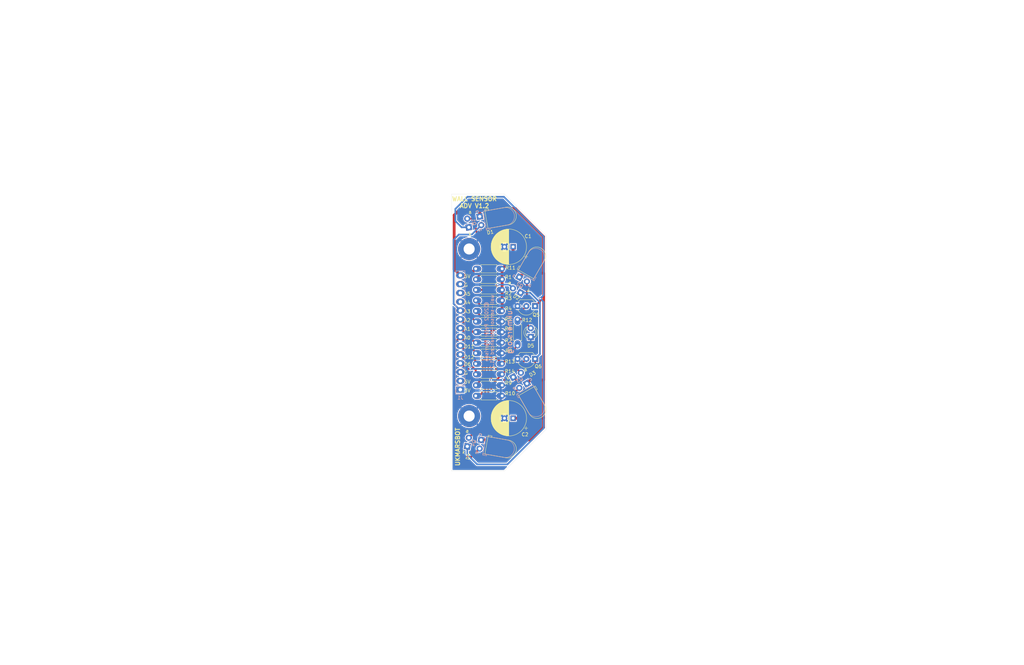
<source format=kicad_pcb>
(kicad_pcb (version 20240108) (generator "pcbnew") (generator_version "8.0")
  (layers (0 "F.Cu" signal) (31 "B.Cu" signal) (34 "B.Paste" user) (35 "F.Paste" user) (36 "B.SilkS" user "B.Silkscreen") (37 "F.SilkS" user "F.Silkscreen") (38 "B.Mask" user) (39 "F.Mask" user) (44 "Edge.Cuts" user))
  (net 0 "")
  (net 1 "/FWD_COMMON")
  (net 2 "Net-(D1-A)")
  (net 3 "GND")
  (net 4 "Net-(D2-A)")
  (net 5 "Net-(D3-A)")
  (net 6 "Net-(D4-A)")
  (net 7 "Net-(D5-A)")
  (net 10 "V_LED")
  (net 11 "A3_LF")
  (net 12 "A2_LD")
  (net 13 "A1_RD")
  (net 14 "A0_RF")
  (net 15 "D6_LED")
  (net 16 "D11_FRONT")
  (net 17 "D12_DIAGONAL")
  (net 18 "5V")
  (net 21 "Net-(Q5-B)")
  (net 22 "/DIA_COMMON")
  (net 23 "Net-(Q6-B)")
  (footprint "MountingHole:MountingHole_3.2mm_M3_Pad" (layer "F.Cu") (at 144.37 129.13)
    (property "Reference" "H2" (hide yes))
    (property "Value" "3.2mm")
    (pad "1" thru_hole circle (at 0 0) (size 6.4 6.4) (drill 3.2) (layers "*.Cu" "*.Mask") (net 3 "GND"))
  )
  (footprint "ukmarsbot:LED_D5.0mm_Horizontal_O6.35mm_Z3.0mm" (layer "F.Cu") (at 159.2 93.5 150)
    (property "Reference" "D2" (at 0.38923 -1.725833 150) (layer "F.SilkS"))
    (property "Value" "SFH4545")
    (fp_text user "k" (at -1.691858 1.669615 -30) (layer "F.SilkS"))
    (fp_text user "a" (at 4.134679 0.961474 -30) (layer "F.SilkS"))
    (pad "1" thru_hole rect (at 0 0 150) (size 1.8 1.8) (drill 0.9) (layers "*.Cu" "*.Mask") (net 22 "/DIA_COMMON"))
    (pad "2" thru_hole circle (at 2.54 0 150) (size 1.8 1.8) (drill 0.9) (layers "*.Cu" "*.Mask") (net 4 "Net-(D2-A)"))
  )
  (footprint "ukmarsbot:LED_D5.0mm_Horizontal_O6.35mm_Z3.0mm" (layer "F.Cu") (at 144.277127 74.6 100)
    (property "Reference" "D1" (at -2.496749 5.844102 -170) (layer "F.SilkS"))
    (property "Value" "SFH4545")
    (fp_text user "k" (at -1.984163 0.01163 10) (layer "F.SilkS"))
    (fp_text user "a" (at 4.270951 1.105308 10) (layer "F.SilkS"))
    (pad "1" thru_hole rect (at 0 0 100) (size 1.8 1.8) (drill 0.9) (layers "*.Cu" "*.Mask") (net 1 "/FWD_COMMON"))
    (pad "2" thru_hole circle (at 2.54 0 100) (size 1.8 1.8) (drill 0.9) (layers "*.Cu" "*.Mask") (net 2 "Net-(D1-A)"))
  )
  (footprint "LED_THT:LED_D3.0mm" (layer "F.Cu") (at 162.15 106.275 90)
    (property "Reference" "D5" (at -2.535 0 0) (layer "F.SilkS"))
    (property "Value" "LED")
    (pad "1" thru_hole rect (at 0 0 90) (size 1.8 1.8) (drill 0.9) (layers "*.Cu" "*.Mask") (net 3 "GND"))
    (pad "2" thru_hole circle (at 2.54 0 90) (size 1.8 1.8) (drill 0.9) (layers "*.Cu" "*.Mask") (net 7 "Net-(D5-A)"))
  )
  (footprint "ukmarsbot:R_Axial_DIN0207_L6.3mm_D2.5mm_P7.62mm_BIGPAD" (layer "F.Cu") (at 146.275 92.681)
    (property "Reference" "R2" (at 9.425 1.019 0) (layer "F.SilkS"))
    (property "Value" "10R")
    (pad "1" thru_hole oval (at 0 0) (size 2.4 1.8) (drill 0.8 (offset 0.4 0)) (layers "*.Cu" "*.Mask") (net 4 "Net-(D2-A)"))
    (pad "2" thru_hole oval (at 7.62 0) (size 2.4 1.8) (drill 0.8 (offset -0.4 0)) (layers "*.Cu" "*.Mask") (net 10 "V_LED"))
  )
  (footprint "ukmarsbot:TO-92_Inline_Wide_HandSolder" (layer "F.Cu") (at 163.42 112.62 180)
    (property "Reference" "Q6" (at -0.88 -2.18 180) (layer "F.SilkS"))
    (property "Value" "BC337")
    (pad "1" thru_hole rect (at 0 0 180) (size 1.8 1.8) (drill 0.8) (layers "*.Cu" "*.Mask") (net 22 "/DIA_COMMON"))
    (pad "2" thru_hole circle (at 2.54 0 180) (size 1.8 1.8) (drill 0.8) (layers "*.Cu" "*.Mask") (net 23 "Net-(Q6-B)"))
    (pad "3" thru_hole circle (at 5.08 0 180) (size 1.8 1.8) (drill 0.8) (layers "*.Cu" "*.Mask") (net 3 "GND"))
  )
  (footprint "Capacitor_THT:CP_Radial_D10.0mm_P2.50mm" (layer "F.Cu") (at 157.07 80.235 180)
    (property "Reference" "C1" (at -4.318 3.048 180) (layer "F.SilkS"))
    (property "Value" "330uF, 16V")
    (pad "1" thru_hole rect (at 0 0 180) (size 1.6 1.6) (drill 0.8) (layers "*.Cu" "*.Mask") (net 10 "V_LED"))
    (pad "2" thru_hole circle (at 2.5 0 180) (size 1.6 1.6) (drill 0.8) (layers "*.Cu" "*.Mask") (net 3 "GND"))
  )
  (footprint "ukmarsbot:LED_D5.0mm_Horizontal_O6.35mm_Z3.0mm" (layer "F.Cu") (at 157.1 117.9 30)
    (property "Reference" "D3" (at 5.294369 1.945884 -150) (layer "F.SilkS"))
    (property "Value" "SFH4545")
    (fp_text user "a" (at 4.131089 -0.155256 30) (layer "F.SilkS"))
    (fp_text user "k" (at -1.485641 -0.626795 30) (layer "F.SilkS"))
    (pad "1" thru_hole rect (at 0 0 30) (size 1.8 1.8) (drill 0.9) (layers "*.Cu" "*.Mask") (net 22 "/DIA_COMMON"))
    (pad "2" thru_hole circle (at 2.54 0 30) (size 1.8 1.8) (drill 0.9) (layers "*.Cu" "*.Mask") (net 5 "Net-(D3-A)"))
  )
  (footprint "ukmarsbot:R_Axial_DIN0207_L6.3mm_D2.5mm_P7.62mm_BIGPAD" (layer "F.Cu") (at 146.275 89.633)
    (property "Reference" "R1" (at 9.425 -0.633 0) (layer "F.SilkS"))
    (property "Value" "10R")
    (pad "1" thru_hole oval (at 0 0) (size 2.4 1.8) (drill 0.8 (offset 0.4 0)) (layers "*.Cu" "*.Mask") (net 2 "Net-(D1-A)"))
    (pad "2" thru_hole oval (at 7.62 0) (size 2.4 1.8) (drill 0.8 (offset -0.4 0)) (layers "*.Cu" "*.Mask") (net 10 "V_LED"))
  )
  (footprint "ukmarsbot:LED_D5.0mm_Horizontal_O6.35mm_Z3.0mm" (layer "F.Cu") (at 143.834325 137.9 80)
    (property "Reference" "D4" (at -2.820817 0.783407 80) (layer "F.SilkS"))
    (property "Value" "SFH4545")
    (fp_text user "k" (at -1.796492 -0.720996 -10) (layer "F.SilkS"))
    (fp_text user "a" (at 4.383322 -0.778991 -10) (layer "F.SilkS"))
    (pad "1" thru_hole rect (at 0 0 80) (size 1.8 1.8) (drill 0.9) (layers "*.Cu" "*.Mask") (net 1 "/FWD_COMMON"))
    (pad "2" thru_hole circle (at 2.54 0 80) (size 1.8 1.8) (drill 0.9) (layers "*.Cu" "*.Mask") (net 6 "Net-(D4-A)"))
  )
  (footprint "ukmarsbot:R_Axial_DIN0207_L6.3mm_D2.5mm_P7.62mm_BIGPAD" (layer "F.Cu") (at 146.285 95.729)
    (property "Reference" "R3" (at 9.415 -0.629 0) (layer "F.SilkS"))
    (property "Value" "10R")
    (pad "1" thru_hole oval (at 0 0) (size 2.4 1.8) (drill 0.8 (offset 0.4 0)) (layers "*.Cu" "*.Mask") (net 5 "Net-(D3-A)"))
    (pad "2" thru_hole oval (at 7.62 0) (size 2.4 1.8) (drill 0.8 (offset -0.4 0)) (layers "*.Cu" "*.Mask") (net 10 "V_LED"))
  )
  (footprint "ukmarsbot:R_Axial_DIN0207_L6.3mm_D2.5mm_P7.62mm_BIGPAD" (layer "F.Cu") (at 146.275 107.921)
    (property "Reference" "R7" (at 9.425 -0.621 0) (layer "F.SilkS"))
    (property "Value" "1k8")
    (pad "1" thru_hole oval (at 0 0) (size 2.4 1.8) (drill 0.8 (offset 0.4 0)) (layers "*.Cu" "*.Mask") (net 13 "A1_RD"))
    (pad "2" thru_hole oval (at 7.62 0) (size 2.4 1.8) (drill 0.8 (offset -0.4 0)) (layers "*.Cu" "*.Mask") (net 3 "GND"))
  )
  (footprint "ukmarsbot:R_Axial_DIN0207_L6.3mm_D2.5mm_P7.62mm_BIGPAD" (layer "F.Cu") (at 146.275 101.825)
    (property "Reference" "R5" (at 9.325 -0.625 0) (layer "F.SilkS"))
    (property "Value" "1k8")
    (pad "1" thru_hole oval (at 0 0) (size 2.4 1.8) (drill 0.8 (offset 0.4 0)) (layers "*.Cu" "*.Mask") (net 11 "A3_LF"))
    (pad "2" thru_hole oval (at 7.62 0) (size 2.4 1.8) (drill 0.8 (offset -0.4 0)) (layers "*.Cu" "*.Mask") (net 3 "GND"))
  )
  (footprint "ukmarsbot:R_Axial_DIN0207_L6.3mm_D2.5mm_P7.62mm_BIGPAD" (layer "F.Cu") (at 146.275 110.969)
    (property "Reference" "R8" (at 9.525 -0.669 0) (layer "F.SilkS"))
    (property "Value" "1k8")
    (pad "1" thru_hole oval (at 0 0) (size 2.4 1.8) (drill 0.8 (offset 0.4 0)) (layers "*.Cu" "*.Mask") (net 14 "A0_RF"))
    (pad "2" thru_hole oval (at 7.62 0) (size 2.4 1.8) (drill 0.8 (offset -0.4 0)) (layers "*.Cu" "*.Mask") (net 3 "GND"))
  )
  (footprint "ukmarsbot:R_Axial_DIN0207_L6.3mm_D2.5mm_P7.62mm_BIGPAD" (layer "F.Cu") (at 146.275 123.288)
    (property "Reference" "R10" (at 9.925 -0.688 0) (layer "F.SilkS"))
    (property "Value" "100k")
    (pad "1" thru_hole oval (at 0 0) (size 2.4 1.8) (drill 0.8 (offset 0.4 0)) (layers "*.Cu" "*.Mask") (net 23 "Net-(Q6-B)"))
    (pad "2" thru_hole oval (at 7.62 0) (size 2.4 1.8) (drill 0.8 (offset -0.4 0)) (layers "*.Cu" "*.Mask") (net 3 "GND"))
  )
  (footprint "ukmarsbot:R_Axial_DIN0207_L6.3mm_D2.5mm_P7.62mm_BIGPAD" (layer "F.Cu") (at 146.275 104.873)
    (property "Reference" "R6" (at 9.325 -0.973 0) (layer "F.SilkS"))
    (property "Value" "1k8")
    (pad "1" thru_hole oval (at 0 0) (size 2.4 1.8) (drill 0.8 (offset 0.4 0)) (layers "*.Cu" "*.Mask") (net 12 "A2_LD"))
    (pad "2" thru_hole oval (at 7.62 0) (size 2.4 1.8) (drill 0.8 (offset -0.4 0)) (layers "*.Cu" "*.Mask") (net 3 "GND"))
  )
  (footprint "ukmarsbot:TO-92_Inline_Wide_HandSolder" (layer "F.Cu") (at 163.42 97.38 180)
    (property "Reference" "Q5" (at -0.28 -2.52 180) (layer "F.SilkS"))
    (property "Value" "BC337")
    (pad "1" thru_hole rect (at 0 0 180) (size 1.8 1.8) (drill 0.8) (layers "*.Cu" "*.Mask") (net 1 "/FWD_COMMON"))
    (pad "2" thru_hole circle (at 2.54 0 180) (size 1.8 1.8) (drill 0.8) (layers "*.Cu" "*.Mask") (net 21 "Net-(Q5-B)"))
    (pad "3" thru_hole circle (at 5.08 0 180) (size 1.8 1.8) (drill 0.8) (layers "*.Cu" "*.Mask") (net 3 "GND"))
  )
  (footprint "MountingHole:MountingHole_3.2mm_M3_Pad" (layer "F.Cu") (at 144.37 80.87)
    (property "Reference" "H1" (hide yes))
    (property "Value" "3.2mm")
    (pad "1" thru_hole circle (at 0 0) (size 6.4 6.4) (drill 3.2) (layers "*.Cu" "*.Mask") (net 3 "GND"))
  )
  (footprint "ukmarsbot:R_Axial_DIN0207_L6.3mm_D2.5mm_P7.62mm_BIGPAD" (layer "F.Cu") (at 153.885 86.585 180)
    (property "Reference" "R11" (at -2.415 0.285 180) (layer "F.SilkS"))
    (property "Value" "33")
    (pad "1" thru_hole oval (at 0 0 180) (size 2.4 1.8) (drill 0.8 (offset 0.4 0)) (layers "*.Cu" "*.Mask") (net 10 "V_LED"))
    (pad "2" thru_hole oval (at 7.62 0 180) (size 2.4 1.8) (drill 0.8 (offset -0.4 0)) (layers "*.Cu" "*.Mask") (net 18 "5V"))
  )
  (footprint "ukmarsbot:R_Axial_DIN0207_L6.3mm_D2.5mm_P7.62mm_BIGPAD" (layer "F.Cu") (at 146.275 98.777)
    (property "Reference" "R4" (at 9.425 -0.677 0) (layer "F.SilkS"))
    (property "Value" "10R")
    (pad "1" thru_hole oval (at 0 0) (size 2.4 1.8) (drill 0.8 (offset 0.4 0)) (layers "*.Cu" "*.Mask") (net 6 "Net-(D4-A)"))
    (pad "2" thru_hole oval (at 7.62 0) (size 2.4 1.8) (drill 0.8 (offset -0.4 0)) (layers "*.Cu" "*.Mask") (net 10 "V_LED"))
  )
  (footprint "ukmarsbot:R_Axial_DIN0207_L6.3mm_D2.5mm_P7.62mm_BIGPAD" (layer "F.Cu") (at 158.34 101.2 -90)
    (property "Reference" "R12" (at 0.2 -2.76 0) (layer "F.SilkS"))
    (property "Value" "1k0")
    (pad "1" thru_hole oval (at 0 0 270) (size 2.4 1.8) (drill 0.8 (offset 0.4 0)) (layers "*.Cu" "*.Mask") (net 7 "Net-(D5-A)"))
    (pad "2" thru_hole oval (at 7.62 0 270) (size 2.4 1.8) (drill 0.8 (offset -0.4 0)) (layers "*.Cu" "*.Mask") (net 15 "D6_LED"))
  )
  (footprint "ukmarsbot:R_Axial_DIN0207_L6.3mm_D2.5mm_P7.62mm_BIGPAD" (layer "F.Cu") (at 146.275 120.24)
    (property "Reference" "R9" (at 9.425 -0.64 0) (layer "F.SilkS"))
    (property "Value" "100k")
    (pad "1" thru_hole oval (at 0 0) (size 2.4 1.8) (drill 0.8 (offset 0.4 0)) (layers "*.Cu" "*.Mask") (net 21 "Net-(Q5-B)"))
    (pad "2" thru_hole oval (at 7.62 0) (size 2.4 1.8) (drill 0.8 (offset -0.4 0)) (layers "*.Cu" "*.Mask") (net 3 "GND"))
  )
  (footprint "ukmarsbot:R_Axial_DIN0207_L6.3mm_D2.5mm_P7.62mm_BIGPAD" (layer "F.Cu") (at 146.275 114.017)
    (property "Reference" "R13" (at 9.825 -0.617 0) (layer "F.SilkS"))
    (property "Value" "390R")
    (pad "1" thru_hole oval (at 0 0) (size 2.4 1.8) (drill 0.8 (offset 0.4 0)) (layers "*.Cu" "*.Mask") (net 16 "D11_FRONT"))
    (pad "2" thru_hole oval (at 7.62 0) (size 2.4 1.8) (drill 0.8 (offset -0.4 0)) (layers "*.Cu" "*.Mask") (net 21 "Net-(Q5-B)"))
  )
  (footprint "ukmarsbot:R_Axial_DIN0207_L6.3mm_D2.5mm_P7.62mm_BIGPAD" (layer "F.Cu") (at 146.275 117.065)
    (property "Reference" "R14" (at 9.825 -0.865 0) (layer "F.SilkS"))
    (property "Value" "390R")
    (pad "1" thru_hole oval (at 0 0) (size 2.4 1.8) (drill 0.8 (offset 0.4 0)) (layers "*.Cu" "*.Mask") (net 17 "D12_DIAGONAL"))
    (pad "2" thru_hole oval (at 7.62 0) (size 2.4 1.8) (drill 0.8 (offset -0.4 0)) (layers "*.Cu" "*.Mask") (net 23 "Net-(Q6-B)"))
  )
  (footprint "ukmarsbot:mainboard_with_maze" (layer "F.Cu") (at 105 105)
    (property "Reference" "REF**" (hide yes))
    (property "Value" "UKMARSBOT")
  )
  (footprint "Capacitor_THT:CP_Radial_D10.0mm_P2.50mm" (layer "F.Cu") (at 157.07 129.765 180)
    (property "Reference" "C2" (at -3.429 -4.699 180) (layer "F.SilkS"))
    (property "Value" "330uF, 16V")
    (pad "1" thru_hole rect (at 0 0 180) (size 1.6 1.6) (drill 0.8) (layers "*.Cu" "*.Mask") (net 18 "5V"))
    (pad "2" thru_hole circle (at 2.5 0 180) (size 1.6 1.6) (drill 0.8) (layers "*.Cu" "*.Mask") (net 3 "GND"))
  )
  (footprint "ukmarsbot:LED_D5.0mm_Horizontal_O1.27mm_Z3.0mm_IRGrey" (layer "B.Cu") (at 147.825391 136.026588 -100)
    (property "Reference" "Q4" (at 1.27 1.96 80) (layer "B.SilkS") (effects (justify mirror)))
    (property "Value" "TEFT4300")
    (fp_text user "c" (at -1.500002 0.6 80) (layer "B.SilkS") (effects (justify mirror)))
    (fp_text user "e" (at 3.9 0.7 80) (layer "B.SilkS") (effects (justify mirror)))
    (pad "1" thru_hole rect (at 0 0 260) (size 1.8 1.8) (drill 0.9) (layers "*.Cu" "*.Mask") (net 18 "5V"))
    (pad "2" thru_hole circle (at 2.54 0 260) (size 1.8 1.8) (drill 0.9) (layers "*.Cu" "*.Mask") (net 14 "A0_RF"))
  )
  (footprint "ukmarsbot:LED_D5.0mm_Horizontal_O1.27mm_Z3.0mm_IRGrey" (layer "B.Cu") (at 158.848 88.998 -30)
    (property "Reference" "Q2" (at 1.27 1.96 150) (layer "B.SilkS") (effects (justify mirror)))
    (property "Value" "TEFT4300")
    (fp_text user "c" (at -1.5 0.6 150) (layer "B.SilkS") (effects (justify mirror)))
    (fp_text user "e" (at 3.9 0.7 150) (layer "B.SilkS") (effects (justify mirror)))
    (pad "1" thru_hole rect (at 0 0 330) (size 1.8 1.8) (drill 0.9) (layers "*.Cu" "*.Mask") (net 18 "5V"))
    (pad "2" thru_hole circle (at 2.54 0 330) (size 1.8 1.8) (drill 0.9) (layers "*.Cu" "*.Mask") (net 12 "A2_LD"))
  )
  (footprint "ukmarsbot:LED_D5.0mm_Horizontal_O1.27mm_Z3.0mm_IRGrey" (layer "B.Cu") (at 147.427127 71.472 -80)
    (property "Reference" "Q1" (at 1.27 1.96 100) (layer "B.SilkS") (effects (justify mirror)))
    (property "Value" "TEFT4300")
    (fp_text user "e" (at 3.9 0.7 100) (layer "B.SilkS") (effects (justify mirror)))
    (fp_text user "c" (at -1.5 0.6 100) (layer "B.SilkS") (effects (justify mirror)))
    (pad "1" thru_hole rect (at 0 0 280) (size 1.8 1.8) (drill 0.9) (layers "*.Cu" "*.Mask") (net 18 "5V"))
    (pad "2" thru_hole circle (at 2.54 0 280) (size 1.8 1.8) (drill 0.9) (layers "*.Cu" "*.Mask") (net 11 "A3_LF"))
  )
  (footprint "ukmarsbot:LED_D5.0mm_Horizontal_O1.27mm_Z3.0mm_IRGrey" (layer "B.Cu") (at 161.047705 119.732 -150)
    (property "Reference" "Q3" (at 1.27 1.96 30) (layer "B.SilkS") (effects (justify mirror)))
    (property "Value" "TEFT4300")
    (fp_text user "c" (at -1.5 0.6 30) (layer "B.SilkS") (effects (justify mirror)))
    (fp_text user "e" (at 3.9 0.7 30) (layer "B.SilkS") (effects (justify mirror)))
    (pad "1" thru_hole rect (at 0 0 210) (size 1.8 1.8) (drill 0.9) (layers "*.Cu" "*.Mask") (net 18 "5V"))
    (pad "2" thru_hole circle (at 2.54 0 210) (size 1.8 1.8) (drill 0.9) (layers "*.Cu" "*.Mask") (net 13 "A1_RD"))
  )
  (footprint "ukmarsbot:PinHeader_1x14_P2.54mm_Vertical_Longpads" (layer "B.Cu") (at 141.83 121.51)
    (property "Reference" "J1" (at 0 2.33 180) (layer "B.SilkS") (effects (justify mirror)))
    (property "Value" "Conn_01x14")
    (pad "1" thru_hole rect (at 0 0) (size 2.4 1.8) (drill 1) (layers "*.Cu" "*.Mask"))
    (pad "2" thru_hole oval (at 0 -2.54) (size 2.4 1.8) (drill 1) (layers "*.Cu" "*.Mask"))
    (pad "3" thru_hole oval (at 0 -5.08) (size 2.4 1.8) (drill 1) (layers "*.Cu" "*.Mask") (net 3 "GND"))
    (pad "4" thru_hole oval (at 0 -7.62) (size 2.4 1.8) (drill 1) (layers "*.Cu" "*.Mask") (net 15 "D6_LED"))
    (pad "5" thru_hole oval (at 0 -10.16) (size 2.4 1.8) (drill 1) (layers "*.Cu" "*.Mask") (net 17 "D12_DIAGONAL"))
    (pad "6" thru_hole oval (at 0 -12.7) (size 2.4 1.8) (drill 1) (layers "*.Cu" "*.Mask") (net 16 "D11_FRONT"))
    (pad "7" thru_hole oval (at 0 -15.24) (size 2.4 1.8) (drill 1) (layers "*.Cu" "*.Mask") (net 14 "A0_RF"))
    (pad "8" thru_hole oval (at 0 -17.78) (size 2.4 1.8) (drill 1) (layers "*.Cu" "*.Mask") (net 13 "A1_RD"))
    (pad "9" thru_hole oval (at 0 -20.32) (size 2.4 1.8) (drill 1) (layers "*.Cu" "*.Mask") (net 12 "A2_LD"))
    (pad "10" thru_hole oval (at 0 -22.86) (size 2.4 1.8) (drill 1) (layers "*.Cu" "*.Mask") (net 11 "A3_LF"))
    (pad "11" thru_hole oval (at 0 -25.4) (size 2.4 1.8) (drill 1) (layers "*.Cu" "*.Mask"))
    (pad "12" thru_hole oval (at 0 -27.94) (size 2.4 1.8) (drill 1) (layers "*.Cu" "*.Mask"))
    (pad "13" thru_hole oval (at 0 -30.48) (size 2.4 1.8) (drill 1) (layers "*.Cu" "*.Mask") (net 3 "GND"))
    (pad "14" thru_hole oval (at 0 -33.02) (size 2.4 1.8) (drill 1) (layers "*.Cu" "*.Mask") (net 18 "5V"))
  )
  (gr_line (start 139.29 145.005) (end 139.29 64.995) (stroke (width 0.05)) (layer "Edge.Cuts"))
  (gr_line (start 166.595 132.305) (end 166.595 132.94) (stroke (width 0.05)) (layer "Edge.Cuts"))
  (gr_line (start 166.595 132.94) (end 154.53 145.005) (stroke (width 0.05)) (layer "Edge.Cuts"))
  (gr_line (start 154.53 145.005) (end 139.29 145.005) (stroke (width 0.05)) (layer "Edge.Cuts"))
  (gr_line (start 166.595 77.06) (end 166.595 132.305) (stroke (width 0.05)) (layer "Edge.Cuts"))
  (gr_line (start 154.53 64.995) (end 166.595 77.06) (stroke (width 0.05)) (layer "Edge.Cuts"))
  (gr_line (start 139.29 64.995) (end 154.53 64.995) (stroke (width 0.05)) (layer "Edge.Cuts"))
  (gr_text "ukmars.org" (at 156 104.9 90) (layer "B.SilkS") (effects (font (size 1.524 1.524) (thickness 0.254)) (justify mirror)))
  (gr_text "©2022 Peter Harrison\nwall-sensor-advanced V1.2" (at 150.2 104.77 90) (layer "B.SilkS") (effects (font (size 1 1)) (justify mirror)))
  (gr_text "G" (at 142.846 91.284 0) (layer "F.SilkS") (effects (font (size 1 1)) (justify left)))
  (gr_text "5V" (at 142.846 88.744 0) (layer "F.SilkS") (effects (font (size 1 1)) (justify left)))
  (gr_text "3V" (at 142.846 121.764 0) (layer "F.SilkS") (effects (font (size 1 1)) (justify left)))
  (gr_text "WALL SENSOR\nADV V1.2" (at 145.894 67.408 0) (layer "F.SilkS") (effects (font (size 1.25 1.25) (thickness 0.254))))
  (gr_text "A1" (at 142.846 103.984 0) (layer "F.SilkS") (effects (font (size 1 1)) (justify left)))
  (gr_text "UKMARSBOT" (at 141.068 138.02 90) (layer "F.SilkS") (effects (font (size 1.25 1.25) (thickness 0.254))))
  (gr_text "D11" (at 142.846 109.064 0) (layer "F.SilkS") (effects (font (size 1 1)) (justify left)))
  (gr_text "D6" (at 142.846 114.144 0) (layer "F.SilkS") (effects (font (size 1 1)) (justify left)))
  (gr_text "A3" (at 142.846 98.904 0) (layer "F.SilkS") (effects (font (size 1 1)) (justify left)))
  (gr_text "A2" (at 142.846 101.444 0) (layer "F.SilkS") (effects (font (size 1 1)) (justify left)))
  (gr_text "G" (at 142.846 116.684 0) (layer "F.SilkS") (effects (font (size 1 1)) (justify left)))
  (gr_text "5V" (at 142.846 119.224 0) (layer "F.SilkS") (effects (font (size 1 1)) (justify left)))
  (gr_text "A0" (at 142.846 106.524 0) (layer "F.SilkS") (effects (font (size 1 1)) (justify left)))
  (gr_text "A5" (at 142.846 93.824 0) (layer "F.SilkS") (effects (font (size 1 1)) (justify left)))
  (gr_text "A4" (at 142.846 96.364 0) (layer "F.SilkS") (effects (font (size 1 1)) (justify left)))
  (gr_text "D12" (at 142.846 112.112 0) (layer "F.SilkS") (effects (font (size 1 1)) (justify left)))
  (segment (start 164.886262 95.913738) (end 163.42 97.38) (width 0.5) (layer "F.Cu") (net 1))
  (segment (start 164.886262 95.184886) (end 164.886262 95.913738) (width 0.5) (layer "F.Cu") (net 1))
  (via (at 164.886262 95.184886) (size 0.8) (drill 0.4) (layers "F.Cu" "B.Cu") (net 1))
  (segment (start 143.834325 137.9) (end 143.834325 140.234325) (width 0.5) (layer "B.Cu") (net 1))
  (segment (start 155.4 143.1) (end 165.9 132.6) (width 0.5) (layer "B.Cu") (net 1))
  (segment (start 143.834325 140.234325) (end 146.7 143.1) (width 0.5) (layer "B.Cu") (net 1))
  (segment (start 154.4 65.8) (end 165.9 77.3) (width 0.5) (layer "B.Cu") (net 1))
  (segment (start 140.4 69.3) (end 143.9 65.8) (width 0.5) (layer "B.Cu") (net 1))
  (segment (start 146.7 143.1) (end 155.4 143.1) (width 0.5) (layer "B.Cu") (net 1))
  (segment (start 165.9 94.171148) (end 164.886262 95.184886) (width 0.5) (layer "B.Cu") (net 1))
  (segment (start 165.9 77.3) (end 165.9 94.171148) (width 0.5) (layer "B.Cu") (net 1))
  (segment (start 144.277127 74.6) (end 142.2 74.6) (width 0.5) (layer "B.Cu") (net 1))
  (segment (start 165.9 132.6) (end 165.9 96.198624) (width 0.5) (layer "B.Cu") (net 1))
  (segment (start 143.9 65.8) (end 154.4 65.8) (width 0.5) (layer "B.Cu") (net 1))
  (segment (start 140.4 72.8) (end 140.4 69.3) (width 0.5) (layer "B.Cu") (net 1))
  (segment (start 142.2 74.6) (end 140.4 72.8) (width 0.5) (layer "B.Cu") (net 1))
  (segment (start 165.9 96.198624) (end 164.886262 95.184886) (width 0.5) (layer "B.Cu") (net 1))
  (segment (start 148.434 87.347) (end 146.275 89.506) (width 0.5) (layer "F.Cu") (net 2))
  (segment (start 146.529 76.044) (end 148.434 77.949) (width 0.5) (layer "F.Cu") (net 2))
  (segment (start 145.894 72.869) (end 146.529 76.044) (width 0.5) (layer "F.Cu") (net 2))
  (segment (start 148.434 77.949) (end 148.434 87.347) (width 0.5) (layer "F.Cu") (net 2))
  (segment (start 143.836061 72.098588) (end 145.123588 72.098588) (width 0.5) (layer "F.Cu") (net 2))
  (segment (start 145.123588 72.098588) (end 145.894 72.869) (width 0.5) (layer "F.Cu") (net 2))
  (segment (start 146.275 92.681) (end 151.101 92.681) (width 0.5) (layer "F.Cu") (net 4))
  (segment (start 151.101 92.681) (end 152.625 91.157) (width 0.5) (layer "F.Cu") (net 4))
  (via (at 152.625 91.157) (size 0.8) (drill 0.4) (layers "F.Cu" "B.Cu") (net 4))
  (segment (start 157.000295 92.23) (end 155.927295 91.157) (width 0.5) (layer "B.Cu") (net 4))
  (segment (start 155.927295 91.157) (end 152.625 91.157) (width 0.5) (layer "B.Cu") (net 4))
  (segment (start 154 118.7) (end 154.775 118.7) (width 0.5) (layer "F.Cu") (net 5))
  (segment (start 155.325 116.8) (end 156.395 115.73) (width 0.5) (layer "F.Cu") (net 5))
  (segment (start 156.395 115.73) (end 158.399705 115.73) (width 0.5) (layer "F.Cu") (net 5))
  (segment (start 155.325 118.15) (end 155.325 116.8) (width 0.5) (layer "F.Cu") (net 5))
  (segment (start 150.75 118.65) (end 150.75 100.194) (width 0.5) (layer "F.Cu") (net 5))
  (segment (start 150.75 100.194) (end 146.285 95.729) (width 0.5) (layer "F.Cu") (net 5))
  (segment (start 154.775 118.7) (end 155.325 118.15) (width 0.5) (layer "F.Cu") (net 5))
  (segment (start 158.399705 115.73) (end 159.299705 116.63) (width 0.5) (layer "F.Cu") (net 5))
  (segment (start 150.8 118.7) (end 150.75 118.65) (width 0.5) (layer "F.Cu") (net 5))
  (via (at 150.8 118.7) (size 0.8) (drill 0.4) (layers "F.Cu" "B.Cu") (net 5))
  (via (at 154 118.7) (size 0.8) (drill 0.4) (layers "F.Cu" "B.Cu") (net 5))
  (segment (start 150.8 118.7) (end 154 118.7) (width 0.5) (layer "B.Cu") (net 5))
  (segment (start 149.025 130.648979) (end 144.275391 135.398588) (width 0.5) (layer "F.Cu") (net 6))
  (segment (start 149.025 101.527) (end 149.025 130.648979) (width 0.5) (layer "F.Cu") (net 6))
  (segment (start 146.275 98.777) (end 149.025 101.527) (width 0.5) (layer "F.Cu") (net 6))
  (segment (start 158.34 101.2) (end 159.615 101.2) (width 0.5) (layer "F.Cu") (net 7))
  (segment (start 159.615 101.2) (end 162.15 103.735) (width 0.5) (layer "F.Cu") (net 7))
  (segment (start 153.905 95.729) (end 153.905 98.767) (width 0.8) (layer "F.Cu") (net 10))
  (segment (start 153.895 89.76) (end 153.895 92.798) (width 0.8) (layer "F.Cu") (net 10))
  (segment (start 157.07 80.235) (end 157.07 83.4) (width 0.8) (layer "F.Cu") (net 10))
  (segment (start 157.07 83.4) (end 153.885 86.585) (width 0.8) (layer "F.Cu") (net 10))
  (segment (start 153.895 86.585) (end 153.895 89.76) (width 0.8) (layer "F.Cu") (net 10))
  (segment (start 153.905 92.808) (end 153.905 95.846) (width 0.8) (layer "F.Cu") (net 10))
  (segment (start 143.1 98.65) (end 146.275 101.825) (width 0.5) (layer "F.Cu") (net 11))
  (segment (start 141.83 98.65) (end 143.1 98.65) (width 0.5) (layer "F.Cu") (net 11))
  (segment (start 141.83 98.65) (end 139.9 96.72) (width 0.5) (layer "B.Cu") (net 11))
  (segment (start 139.9 78.2) (end 141.4 76.7) (width 0.5) (layer "B.Cu") (net 11))
  (segment (start 141.4 76.7) (end 145.141605 76.7) (width 0.5) (layer "B.Cu") (net 11))
  (segment (start 145.141605 76.7) (end 147.868193 73.973412) (width 0.5) (layer "B.Cu") (net 11))
  (segment (start 139.9 96.72) (end 139.9 78.2) (width 0.5) (layer "B.Cu") (net 11))
  (segment (start 141.83 101.19) (end 145.513 104.873) (width 0.5) (layer "F.Cu") (net 12))
  (segment (start 151.499501 100.918499) (end 151.499501 104.723001) (width 0.5) (layer "F.Cu") (net 12))
  (segment (start 156.764 95.4) (end 156.307 95.857) (width 0.5) (layer "F.Cu") (net 12))
  (segment (start 161.047705 94.902295) (end 160.55 95.4) (width 0.5) (layer "F.Cu") (net 12))
  (segment (start 151.499501 104.723001) (end 151.6495 104.873) (width 0.5) (layer "F.Cu") (net 12))
  (segment (start 161.047705 90.268) (end 161.047705 94.902295) (width 0.5) (layer "F.Cu") (net 12))
  (segment (start 152.159 100.259) (end 151.499501 100.918499) (width 0.5) (layer "F.Cu") (net 12))
  (segment (start 156.307 98.793) (end 154.841 100.259) (width 0.5) (layer "F.Cu") (net 12))
  (segment (start 160.55 95.4) (end 156.764 95.4) (width 0.5) (layer "F.Cu") (net 12))
  (segment (start 145.513 104.873) (end 146.275 104.873) (width 0.5) (layer "F.Cu") (net 12))
  (segment (start 154.841 100.259) (end 152.159 100.259) (width 0.5) (layer "F.Cu") (net 12))
  (segment (start 156.307 95.857) (end 156.307 98.793) (width 0.5) (layer "F.Cu") (net 12))
  (via (at 151.6495 104.873) (size 0.8) (drill 0.4) (layers "F.Cu" "B.Cu") (net 12))
  (segment (start 146.275 104.873) (end 151.6495 104.873) (width 0.5) (layer "B.Cu") (net 12))
  (segment (start 155.05 124.8) (end 158.848 121.002) (width 0.5) (layer "F.Cu") (net 13))
  (segment (start 149.9 107.95) (end 149.9 122.95) (width 0.5) (layer "F.Cu") (net 13))
  (segment (start 149.9 122.95) (end 151.75 124.8) (width 0.5) (layer "F.Cu") (net 13))
  (segment (start 141.83 103.73) (end 146.021 107.921) (width 0.5) (layer "F.Cu") (net 13))
  (segment (start 151.75 124.8) (end 155.05 124.8) (width 0.5) (layer "F.Cu") (net 13))
  (via (at 149.9 107.95) (size 0.8) (drill 0.4) (layers "F.Cu" "B.Cu") (net 13))
  (segment (start 149.9 107.95) (end 149.871 107.921) (width 0.5) (layer "B.Cu") (net 13))
  (segment (start 149.871 107.921) (end 146.275 107.921) (width 0.5) (layer "B.Cu") (net 13))
  (segment (start 141.83 106.27) (end 140.1 108) (width 0.5) (layer "F.Cu") (net 14))
  (segment (start 145.012325 140.9) (end 147.384325 138.528) (width 0.5) (layer "F.Cu") (net 14))
  (segment (start 140.1 108) (end 140.1 138.7) (width 0.5) (layer "F.Cu") (net 14))
  (segment (start 140.1 138.7) (end 142.3 140.9) (width 0.5) (layer "F.Cu") (net 14))
  (segment (start 142.3 140.9) (end 145.012325 140.9) (width 0.5) (layer "F.Cu") (net 14))
  (segment (start 141.83 106.27) (end 146.275 110.715) (width 0.5) (layer "F.Cu") (net 14))
  (segment (start 156.9 113) (end 156.9 110.26) (width 0.5) (layer "F.Cu") (net 15))
  (segment (start 151.6 115.5) (end 154.4 115.5) (width 0.5) (layer "F.Cu") (net 15))
  (segment (start 141.898624 113.89) (end 143.508624 115.5) (width 0.5) (layer "F.Cu") (net 15))
  (segment (start 154.4 115.5) (end 156.9 113) (width 0.5) (layer "F.Cu") (net 15))
  (segment (start 143.508624 115.5) (end 144.7 115.5) (width 0.5) (layer "F.Cu") (net 15))
  (segment (start 156.9 110.26) (end 158.34 108.82) (width 0.5) (layer "F.Cu") (net 15))
  (via (at 144.7 115.5) (size 0.8) (drill 0.4) (layers "F.Cu" "B.Cu") (net 15))
  (via (at 151.6 115.5) (size 0.8) (drill 0.4) (layers "F.Cu" "B.Cu") (net 15))
  (segment (start 144.7 115.5) (end 151.6 115.5) (width 0.5) (layer "B.Cu") (net 15))
  (segment (start 146.275 113.255) (end 146.275 114.017) (width 0.5) (layer "F.Cu") (net 16))
  (segment (start 141.83 108.81) (end 146.275 113.255) (width 0.5) (layer "F.Cu") (net 16))
  (segment (start 141.83 111.428625) (end 146.275 115.873625) (width 0.5) (layer "F.Cu") (net 17))
  (segment (start 146.275 115.873625) (end 146.275 117.065) (width 0.5) (layer "F.Cu") (net 17))
  (segment (start 162.238412 136.026588) (end 165.833 132.432) (width 0.8) (layer "F.Cu") (net 18))
  (segment (start 162.063705 118.716) (end 165.833 118.716) (width 0.8) (layer "F.Cu") (net 18))
  (segment (start 165.833 87.855) (end 165.833 77.314) (width 0.8) (layer "F.Cu") (net 18))
  (segment (start 165.885762 118.663238) (end 165.885762 87.907762) (width 0.8) (layer "F.Cu") (net 18))
  (segment (start 141.83 88.49) (end 144.36 88.49) (width 0.8) (layer "F.Cu") (net 18))
  (segment (start 157.705 69.186) (end 147.545 69.186) (width 0.8) (layer "F.Cu") (net 18))
  (segment (start 158.848 88.998) (end 159.991 87.855) (width 0.8) (layer "F.Cu") (net 18))
  (segment (start 147.427127 71.472) (end 147.427127 69.303873) (width 0.8) (layer "F.Cu") (net 18))
  (segment (start 141.957 69.186) (end 140.052 71.091) (width 0.8) (layer "F.Cu") (net 18))
  (segment (start 161.047705 119.732) (end 162.063705 118.716) (width 0.8) (layer "F.Cu") (net 18))
  (segment (start 165.833 129.638) (end 165.833 118.716) (width 0.8) (layer "F.Cu") (net 18))
  (segment (start 165.833 118.716) (end 165.885762 118.663238) (width 0.8) (layer "F.Cu") (net 18))
  (segment (start 159.991 87.855) (end 165.833 87.855) (width 0.8) (layer "F.Cu") (net 18))
  (segment (start 147.825391 136.026588) (end 162.238412 136.026588) (width 0.8) (layer "F.Cu") (net 18))
  (segment (start 147.545 69.186) (end 141.957 69.186) (width 0.8) (layer "F.Cu") (net 18))
  (segment (start 157.07 129.765) (end 165.706 129.765) (width 0.8) (layer "F.Cu") (net 18))
  (segment (start 165.706 129.765) (end 165.833 129.638) (width 0.8) (layer "F.Cu") (net 18))
  (segment (start 165.833 132.432) (end 165.833 129.638) (width 0.8) (layer "F.Cu") (net 18))
  (segment (start 140.052 71.091) (end 140.052 86.712) (width 0.8) (layer "F.Cu") (net 18))
  (segment (start 165.833 77.314) (end 157.705 69.186) (width 0.8) (layer "F.Cu") (net 18))
  (segment (start 140.052 86.712) (end 141.83 88.49) (width 0.8) (layer "F.Cu") (net 18))
  (segment (start 165.885762 87.907762) (end 165.833 87.855) (width 0.8) (layer "F.Cu") (net 18))
  (segment (start 147.427127 69.303873) (end 147.545 69.186) (width 0.8) (layer "F.Cu") (net 18))
  (segment (start 144.36 88.49) (end 146.265 86.585) (width 0.8) (layer "F.Cu") (net 18))
  (segment (start 157.6 99.25) (end 155.95 100.9) (width 0.5) (layer "F.Cu") (net 21))
  (segment (start 148.325 118.19) (end 146.275 120.24) (width 0.5) (layer "F.Cu") (net 21))
  (segment (start 159.01 99.25) (end 157.6 99.25) (width 0.5) (layer "F.Cu") (net 21))
  (segment (start 148.1 112.45) (end 148.325 112.675) (width 0.5) (layer "F.Cu") (net 21))
  (segment (start 160.88 97.38) (end 159.01 99.25) (width 0.5) (layer "F.Cu") (net 21))
  (segment (start 155.95 100.9) (end 155.95 111.962) (width 0.5) (layer "F.Cu") (net 21))
  (segment (start 151.6 112.5) (end 152.378 112.5) (width 0.5) (layer "F.Cu") (net 21))
  (segment (start 152.378 112.5) (end 153.895 114.017) (width 0.5) (layer "F.Cu") (net 21))
  (segment (start 148.325 112.675) (end 148.325 118.19) (width 0.5) (layer "F.Cu") (net 21))
  (segment (start 155.95 111.962) (end 153.895 114.017) (width 0.5) (layer "F.Cu") (net 21))
  (via (at 151.6 112.5) (size 0.8) (drill 0.4) (layers "F.Cu" "B.Cu") (net 21))
  (via (at 148.1 112.45) (size 0.8) (drill 0.4) (layers "F.Cu" "B.Cu") (net 21))
  (segment (start 151.593 112.493) (end 151.6 112.5) (width 0.5) (layer "B.Cu") (net 21))
  (segment (start 148.1 112.45) (end 148.143 112.493) (width 0.5) (layer "B.Cu") (net 21))
  (segment (start 148.143 112.493) (end 151.593 112.493) (width 0.5) (layer "B.Cu") (net 21))
  (segment (start 163.42 115.355) (end 163.42 112.62) (width 0.5) (layer "F.Cu") (net 22))
  (segment (start 161.525 117.25) (end 163.42 115.355) (width 0.5) (layer "F.Cu") (net 22))
  (segment (start 158.825 118.775) (end 161.525 117.25) (width 0.5) (layer "F.Cu") (net 22))
  (segment (start 157.1 117.9) (end 157.975 118.775) (width 0.5) (layer "F.Cu") (net 22))
  (segment (start 157.975 118.775) (end 158.825 118.775) (width 0.5) (layer "F.Cu") (net 22))
  (segment (start 164.8 111.24) (end 163.42 112.62) (width 0.5) (layer "B.Cu") (net 22))
  (segment (start 159.2 93.5) (end 162 93.5) (width 0.5) (layer "B.Cu") (net 22))
  (segment (start 162 93.5) (end 164.8 96.3) (width 0.5) (layer "B.Cu") (net 22))
  (segment (start 164.8 96.3) (end 164.8 111.24) (width 0.5) (layer "B.Cu") (net 22))
  (segment (start 148.0505 122.527126) (end 148.0505 121.802626) (width 0.5) (layer "F.Cu") (net 23))
  (segment (start 150.75 120.21) (end 153.895 117.065) (width 0.5) (layer "F.Cu") (net 23))
  (segment (start 160.88 112.62) (end 158.65 114.85) (width 0.5) (layer "F.Cu") (net 23))
  (segment (start 147.289626 123.288) (end 148.0505 122.527126) (width 0.5) (layer "F.Cu") (net 23))
  (segment (start 158.65 114.85) (end 156.11 114.85) (width 0.5) (layer "F.Cu") (net 23))
  (segment (start 156.11 114.85) (end 153.895 117.065) (width 0.5) (layer "F.Cu") (net 23))
  (segment (start 150.75 121.81901) (end 150.75 120.21) (width 0.5) (layer "F.Cu") (net 23))
  (via (at 150.75 121.81901) (size 0.8) (drill 0.4) (layers "F.Cu" "B.Cu") (net 23))
  (via (at 148.0505 121.802626) (size 0.8) (drill 0.4) (layers "F.Cu" "B.Cu") (net 23))
  (segment (start 151.233116 121.802626) (end 148.0505 121.802626) (width 0.5) (layer "B.Cu") (net 23))
  (zone (net 3) (net_name "GND") (layer "B.Cu") (connect_pads (clearance 0.254)) (min_thickness 0.254) (fill yes (thermal_gap 0.254) (thermal_bridge_width 0.508))
    (polygon (pts (xy 166.976 77.06) (xy 166.976 132.94) (xy 154.53 145.386) (xy 139.036 145.132) (xy 139.036 64.614) (xy 154.53 64.614)))
  )
)
</source>
